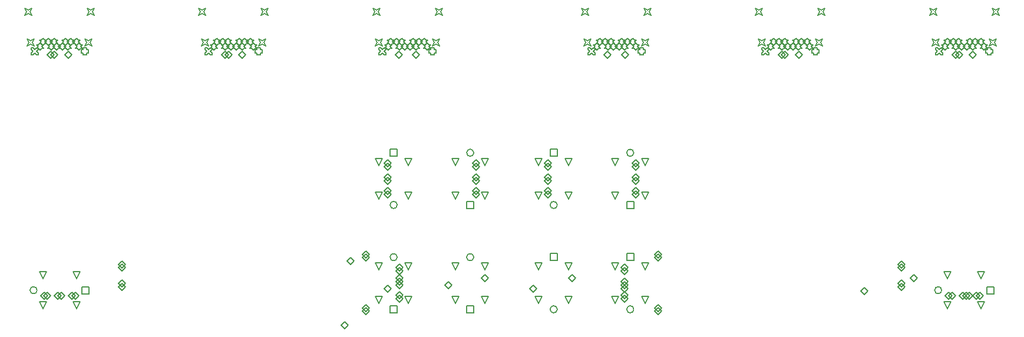
<source format=gbr>
%TF.GenerationSoftware,Altium Limited,Altium Designer,22.5.1 (42)*%
G04 Layer_Color=2752767*
%FSLAX26Y26*%
%MOIN*%
%TF.SameCoordinates,06390142-FE97-446B-9427-C7DC68BF18C4*%
%TF.FilePolarity,Positive*%
%TF.FileFunction,Drawing*%
%TF.Part,Single*%
G01*
G75*
%TA.AperFunction,NonConductor*%
%ADD59C,0.005000*%
%ADD60C,0.006667*%
D59*
X3812992Y1688661D02*
X3792992Y1728661D01*
X3832992D01*
X3812992Y1688661D01*
Y1499685D02*
X3792992Y1539685D01*
X3832992D01*
X3812992Y1499685D01*
X3982284D02*
X3962284Y1539685D01*
X4002284D01*
X3982284Y1499685D01*
Y1688661D02*
X3962284Y1728661D01*
X4002284D01*
X3982284Y1688661D01*
X3877638Y1446535D02*
Y1486535D01*
X3917638D01*
Y1446535D01*
X3877638D01*
X6820551Y1554803D02*
Y1594803D01*
X6860551D01*
Y1554803D01*
X6820551D01*
X6598425Y1639449D02*
X6578425Y1679449D01*
X6618425D01*
X6598425Y1639449D01*
X6787402D02*
X6767402Y1679449D01*
X6807402D01*
X6787402Y1639449D01*
Y1470157D02*
X6767402Y1510157D01*
X6807402D01*
X6787402Y1470157D01*
X6598425D02*
X6578425Y1510157D01*
X6618425D01*
X6598425Y1470157D01*
X4783150Y1741811D02*
Y1781811D01*
X4823150D01*
Y1741811D01*
X4783150D01*
X4718504Y1499685D02*
X4698504Y1539685D01*
X4738504D01*
X4718504Y1499685D01*
Y1688661D02*
X4698504Y1728661D01*
X4738504D01*
X4718504Y1688661D01*
X4887795D02*
X4867795Y1728661D01*
X4907795D01*
X4887795Y1688661D01*
Y1499685D02*
X4867795Y1539685D01*
X4907795D01*
X4887795Y1499685D01*
X4834645Y2933150D02*
X4844645Y2943150D01*
X4854645D01*
X4844645Y2953150D01*
X4854645Y2963150D01*
X4844645D01*
X4834645Y2973150D01*
X4824645Y2963150D01*
X4814645D01*
X4824645Y2953150D01*
X4814645Y2943150D01*
X4824645D01*
X4834645Y2933150D01*
X4818897Y2960709D02*
X4828897Y2970709D01*
X4838897D01*
X4828897Y2980709D01*
X4838897Y2990709D01*
X4828897D01*
X4818897Y3000709D01*
X4808897Y2990709D01*
X4798897D01*
X4808897Y2980709D01*
X4798897Y2970709D01*
X4808897D01*
X4818897Y2960709D01*
X4787401D02*
X4797401Y2970709D01*
X4807401D01*
X4797401Y2980709D01*
X4807401Y2990709D01*
X4797401D01*
X4787401Y3000709D01*
X4777401Y2990709D01*
X4767401D01*
X4777401Y2980709D01*
X4767401Y2970709D01*
X4777401D01*
X4787401Y2960709D01*
X4771653Y2933150D02*
X4781653Y2943150D01*
X4791653D01*
X4781653Y2953150D01*
X4791653Y2963150D01*
X4781653D01*
X4771653Y2973150D01*
X4761653Y2963150D01*
X4751653D01*
X4761653Y2953150D01*
X4751653Y2943150D01*
X4761653D01*
X4771653Y2933150D01*
X4755905Y2960709D02*
X4765905Y2970709D01*
X4775905D01*
X4765905Y2980709D01*
X4775905Y2990709D01*
X4765905D01*
X4755905Y3000709D01*
X4745905Y2990709D01*
X4735905D01*
X4745905Y2980709D01*
X4735905Y2970709D01*
X4745905D01*
X4755905Y2960709D01*
X4740157Y2933150D02*
X4750157Y2943150D01*
X4760157D01*
X4750157Y2953150D01*
X4760157Y2963150D01*
X4750157D01*
X4740157Y2973150D01*
X4730157Y2963150D01*
X4720157D01*
X4730157Y2953150D01*
X4720157Y2943150D01*
X4730157D01*
X4740157Y2933150D01*
X4708661D02*
X4718661Y2943150D01*
X4728661D01*
X4718661Y2953150D01*
X4728661Y2963150D01*
X4718661D01*
X4708661Y2973150D01*
X4698661Y2963150D01*
X4688661D01*
X4698661Y2953150D01*
X4688661Y2943150D01*
X4698661D01*
X4708661Y2933150D01*
X4692913Y2960709D02*
X4702913Y2970709D01*
X4712913D01*
X4702913Y2980709D01*
X4712913Y2990709D01*
X4702913D01*
X4692913Y3000709D01*
X4682913Y2990709D01*
X4672913D01*
X4682913Y2980709D01*
X4672913Y2970709D01*
X4682913D01*
X4692913Y2960709D01*
X4677165Y2933150D02*
X4687165Y2943150D01*
X4697165D01*
X4687165Y2953150D01*
X4697165Y2963150D01*
X4687165D01*
X4677165Y2973150D01*
X4667165Y2963150D01*
X4657165D01*
X4667165Y2953150D01*
X4657165Y2943150D01*
X4667165D01*
X4677165Y2933150D01*
X4661417Y2960709D02*
X4671417Y2970709D01*
X4681417D01*
X4671417Y2980709D01*
X4681417Y2990709D01*
X4671417D01*
X4661417Y3000709D01*
X4651417Y2990709D01*
X4641417D01*
X4651417Y2980709D01*
X4641417Y2970709D01*
X4651417D01*
X4661417Y2960709D01*
X4629921D02*
X4639921Y2970709D01*
X4649921D01*
X4639921Y2980709D01*
X4649921Y2990709D01*
X4639921D01*
X4629921Y3000709D01*
X4619921Y2990709D01*
X4609921D01*
X4619921Y2980709D01*
X4609921Y2970709D01*
X4619921D01*
X4629921Y2960709D01*
X4614173Y2933150D02*
X4624173Y2943150D01*
X4634173D01*
X4624173Y2953150D01*
X4634173Y2963150D01*
X4624173D01*
X4614173Y2973150D01*
X4604173Y2963150D01*
X4594173D01*
X4604173Y2953150D01*
X4594173Y2943150D01*
X4604173D01*
X4614173Y2933150D01*
X4881181Y3129606D02*
X4891181Y3149606D01*
X4881181Y3169606D01*
X4901181Y3159606D01*
X4921181Y3169606D01*
X4911181Y3149606D01*
X4921181Y3129606D01*
X4901181Y3139606D01*
X4881181Y3129606D01*
X4527637D02*
X4537637Y3149606D01*
X4527637Y3169606D01*
X4547637Y3159606D01*
X4567637Y3169606D01*
X4557637Y3149606D01*
X4567637Y3129606D01*
X4547637Y3139606D01*
X4527637Y3129606D01*
X4541810Y2956378D02*
X4551810Y2976378D01*
X4541810Y2996378D01*
X4561810Y2986378D01*
X4581810Y2996378D01*
X4571810Y2976378D01*
X4581810Y2956378D01*
X4561810Y2966378D01*
X4541810Y2956378D01*
X4867007D02*
X4877007Y2976378D01*
X4867007Y2996378D01*
X4887007Y2986378D01*
X4907007Y2996378D01*
X4897007Y2976378D01*
X4907007Y2956378D01*
X4887007Y2966378D01*
X4867007Y2956378D01*
X4856141Y2917559D02*
Y2907559D01*
X4876141D01*
Y2917559D01*
X4886141D01*
Y2937559D01*
X4876141D01*
Y2947559D01*
X4856141D01*
Y2937559D01*
X4846141D01*
Y2917559D01*
X4856141D01*
X4562676Y2907559D02*
X4572676D01*
X4582676Y2917559D01*
X4592676Y2907559D01*
X4602676D01*
Y2917559D01*
X4592676Y2927559D01*
X4602676Y2937559D01*
Y2947559D01*
X4592676D01*
X4582676Y2937559D01*
X4572676Y2947559D01*
X4562676D01*
Y2937559D01*
X4572676Y2927559D01*
X4562676Y2917559D01*
Y2907559D01*
X4350079Y1741811D02*
Y1781811D01*
X4390079D01*
Y1741811D01*
X4350079D01*
X4285433Y1499685D02*
X4265433Y1539685D01*
X4305433D01*
X4285433Y1499685D01*
Y1688661D02*
X4265433Y1728661D01*
X4305433D01*
X4285433Y1688661D01*
X4454724D02*
X4434724Y1728661D01*
X4474724D01*
X4454724Y1688661D01*
Y1499685D02*
X4434724Y1539685D01*
X4474724D01*
X4454724Y1499685D01*
X6803149Y2933150D02*
X6813149Y2943150D01*
X6823149D01*
X6813149Y2953150D01*
X6823149Y2963150D01*
X6813149D01*
X6803149Y2973150D01*
X6793149Y2963150D01*
X6783149D01*
X6793149Y2953150D01*
X6783149Y2943150D01*
X6793149D01*
X6803149Y2933150D01*
X6787401Y2960709D02*
X6797401Y2970709D01*
X6807401D01*
X6797401Y2980709D01*
X6807401Y2990709D01*
X6797401D01*
X6787401Y3000709D01*
X6777401Y2990709D01*
X6767401D01*
X6777401Y2980709D01*
X6767401Y2970709D01*
X6777401D01*
X6787401Y2960709D01*
X6755905D02*
X6765905Y2970709D01*
X6775905D01*
X6765905Y2980709D01*
X6775905Y2990709D01*
X6765905D01*
X6755905Y3000709D01*
X6745905Y2990709D01*
X6735905D01*
X6745905Y2980709D01*
X6735905Y2970709D01*
X6745905D01*
X6755905Y2960709D01*
X6740157Y2933150D02*
X6750157Y2943150D01*
X6760157D01*
X6750157Y2953150D01*
X6760157Y2963150D01*
X6750157D01*
X6740157Y2973150D01*
X6730157Y2963150D01*
X6720157D01*
X6730157Y2953150D01*
X6720157Y2943150D01*
X6730157D01*
X6740157Y2933150D01*
X6724409Y2960709D02*
X6734409Y2970709D01*
X6744409D01*
X6734409Y2980709D01*
X6744409Y2990709D01*
X6734409D01*
X6724409Y3000709D01*
X6714409Y2990709D01*
X6704409D01*
X6714409Y2980709D01*
X6704409Y2970709D01*
X6714409D01*
X6724409Y2960709D01*
X6708661Y2933150D02*
X6718661Y2943150D01*
X6728661D01*
X6718661Y2953150D01*
X6728661Y2963150D01*
X6718661D01*
X6708661Y2973150D01*
X6698661Y2963150D01*
X6688661D01*
X6698661Y2953150D01*
X6688661Y2943150D01*
X6698661D01*
X6708661Y2933150D01*
X6677165D02*
X6687165Y2943150D01*
X6697165D01*
X6687165Y2953150D01*
X6697165Y2963150D01*
X6687165D01*
X6677165Y2973150D01*
X6667165Y2963150D01*
X6657165D01*
X6667165Y2953150D01*
X6657165Y2943150D01*
X6667165D01*
X6677165Y2933150D01*
X6661417Y2960709D02*
X6671417Y2970709D01*
X6681417D01*
X6671417Y2980709D01*
X6681417Y2990709D01*
X6671417D01*
X6661417Y3000709D01*
X6651417Y2990709D01*
X6641417D01*
X6651417Y2980709D01*
X6641417Y2970709D01*
X6651417D01*
X6661417Y2960709D01*
X6645669Y2933150D02*
X6655669Y2943150D01*
X6665669D01*
X6655669Y2953150D01*
X6665669Y2963150D01*
X6655669D01*
X6645669Y2973150D01*
X6635669Y2963150D01*
X6625669D01*
X6635669Y2953150D01*
X6625669Y2943150D01*
X6635669D01*
X6645669Y2933150D01*
X6629921Y2960709D02*
X6639921Y2970709D01*
X6649921D01*
X6639921Y2980709D01*
X6649921Y2990709D01*
X6639921D01*
X6629921Y3000709D01*
X6619921Y2990709D01*
X6609921D01*
X6619921Y2980709D01*
X6609921Y2970709D01*
X6619921D01*
X6629921Y2960709D01*
X6598425D02*
X6608425Y2970709D01*
X6618425D01*
X6608425Y2980709D01*
X6618425Y2990709D01*
X6608425D01*
X6598425Y3000709D01*
X6588425Y2990709D01*
X6578425D01*
X6588425Y2980709D01*
X6578425Y2970709D01*
X6588425D01*
X6598425Y2960709D01*
X6582677Y2933150D02*
X6592677Y2943150D01*
X6602677D01*
X6592677Y2953150D01*
X6602677Y2963150D01*
X6592677D01*
X6582677Y2973150D01*
X6572677Y2963150D01*
X6562677D01*
X6572677Y2953150D01*
X6562677Y2943150D01*
X6572677D01*
X6582677Y2933150D01*
X6849685Y3129606D02*
X6859685Y3149606D01*
X6849685Y3169606D01*
X6869685Y3159606D01*
X6889685Y3169606D01*
X6879685Y3149606D01*
X6889685Y3129606D01*
X6869685Y3139606D01*
X6849685Y3129606D01*
X6496141D02*
X6506141Y3149606D01*
X6496141Y3169606D01*
X6516141Y3159606D01*
X6536141Y3169606D01*
X6526141Y3149606D01*
X6536141Y3129606D01*
X6516141Y3139606D01*
X6496141Y3129606D01*
X6510314Y2956378D02*
X6520314Y2976378D01*
X6510314Y2996378D01*
X6530314Y2986378D01*
X6550314Y2996378D01*
X6540314Y2976378D01*
X6550314Y2956378D01*
X6530314Y2966378D01*
X6510314Y2956378D01*
X6835511D02*
X6845511Y2976378D01*
X6835511Y2996378D01*
X6855511Y2986378D01*
X6875511Y2996378D01*
X6865511Y2976378D01*
X6875511Y2956378D01*
X6855511Y2966378D01*
X6835511Y2956378D01*
X6824645Y2917559D02*
Y2907559D01*
X6844645D01*
Y2917559D01*
X6854645D01*
Y2937559D01*
X6844645D01*
Y2947559D01*
X6824645D01*
Y2937559D01*
X6814645D01*
Y2917559D01*
X6824645D01*
X6531181Y2907559D02*
X6541181D01*
X6551181Y2917559D01*
X6561181Y2907559D01*
X6571181D01*
Y2917559D01*
X6561181Y2927559D01*
X6571181Y2937559D01*
Y2947559D01*
X6561181D01*
X6551181Y2937559D01*
X6541181Y2947559D01*
X6531181D01*
Y2937559D01*
X6541181Y2927559D01*
X6531181Y2917559D01*
Y2907559D01*
X4783150Y2037087D02*
Y2077087D01*
X4823150D01*
Y2037087D01*
X4783150D01*
X4887795Y2279213D02*
X4867795Y2319213D01*
X4907795D01*
X4887795Y2279213D01*
Y2090236D02*
X4867795Y2130236D01*
X4907795D01*
X4887795Y2090236D01*
X4718504D02*
X4698504Y2130236D01*
X4738504D01*
X4718504Y2090236D01*
Y2279213D02*
X4698504Y2319213D01*
X4738504D01*
X4718504Y2279213D01*
X5818897Y2933150D02*
X5828897Y2943150D01*
X5838897D01*
X5828897Y2953150D01*
X5838897Y2963150D01*
X5828897D01*
X5818897Y2973150D01*
X5808897Y2963150D01*
X5798897D01*
X5808897Y2953150D01*
X5798897Y2943150D01*
X5808897D01*
X5818897Y2933150D01*
X5803149Y2960709D02*
X5813149Y2970709D01*
X5823149D01*
X5813149Y2980709D01*
X5823149Y2990709D01*
X5813149D01*
X5803149Y3000709D01*
X5793149Y2990709D01*
X5783149D01*
X5793149Y2980709D01*
X5783149Y2970709D01*
X5793149D01*
X5803149Y2960709D01*
X5771653D02*
X5781653Y2970709D01*
X5791653D01*
X5781653Y2980709D01*
X5791653Y2990709D01*
X5781653D01*
X5771653Y3000709D01*
X5761653Y2990709D01*
X5751653D01*
X5761653Y2980709D01*
X5751653Y2970709D01*
X5761653D01*
X5771653Y2960709D01*
X5755905Y2933150D02*
X5765905Y2943150D01*
X5775905D01*
X5765905Y2953150D01*
X5775905Y2963150D01*
X5765905D01*
X5755905Y2973150D01*
X5745905Y2963150D01*
X5735905D01*
X5745905Y2953150D01*
X5735905Y2943150D01*
X5745905D01*
X5755905Y2933150D01*
X5740157Y2960709D02*
X5750157Y2970709D01*
X5760157D01*
X5750157Y2980709D01*
X5760157Y2990709D01*
X5750157D01*
X5740157Y3000709D01*
X5730157Y2990709D01*
X5720157D01*
X5730157Y2980709D01*
X5720157Y2970709D01*
X5730157D01*
X5740157Y2960709D01*
X5724409Y2933150D02*
X5734409Y2943150D01*
X5744409D01*
X5734409Y2953150D01*
X5744409Y2963150D01*
X5734409D01*
X5724409Y2973150D01*
X5714409Y2963150D01*
X5704409D01*
X5714409Y2953150D01*
X5704409Y2943150D01*
X5714409D01*
X5724409Y2933150D01*
X5692913D02*
X5702913Y2943150D01*
X5712913D01*
X5702913Y2953150D01*
X5712913Y2963150D01*
X5702913D01*
X5692913Y2973150D01*
X5682913Y2963150D01*
X5672913D01*
X5682913Y2953150D01*
X5672913Y2943150D01*
X5682913D01*
X5692913Y2933150D01*
X5677165Y2960709D02*
X5687165Y2970709D01*
X5697165D01*
X5687165Y2980709D01*
X5697165Y2990709D01*
X5687165D01*
X5677165Y3000709D01*
X5667165Y2990709D01*
X5657165D01*
X5667165Y2980709D01*
X5657165Y2970709D01*
X5667165D01*
X5677165Y2960709D01*
X5661417Y2933150D02*
X5671417Y2943150D01*
X5681417D01*
X5671417Y2953150D01*
X5681417Y2963150D01*
X5671417D01*
X5661417Y2973150D01*
X5651417Y2963150D01*
X5641417D01*
X5651417Y2953150D01*
X5641417Y2943150D01*
X5651417D01*
X5661417Y2933150D01*
X5645669Y2960709D02*
X5655669Y2970709D01*
X5665669D01*
X5655669Y2980709D01*
X5665669Y2990709D01*
X5655669D01*
X5645669Y3000709D01*
X5635669Y2990709D01*
X5625669D01*
X5635669Y2980709D01*
X5625669Y2970709D01*
X5635669D01*
X5645669Y2960709D01*
X5614173D02*
X5624173Y2970709D01*
X5634173D01*
X5624173Y2980709D01*
X5634173Y2990709D01*
X5624173D01*
X5614173Y3000709D01*
X5604173Y2990709D01*
X5594173D01*
X5604173Y2980709D01*
X5594173Y2970709D01*
X5604173D01*
X5614173Y2960709D01*
X5598425Y2933150D02*
X5608425Y2943150D01*
X5618425D01*
X5608425Y2953150D01*
X5618425Y2963150D01*
X5608425D01*
X5598425Y2973150D01*
X5588425Y2963150D01*
X5578425D01*
X5588425Y2953150D01*
X5578425Y2943150D01*
X5588425D01*
X5598425Y2933150D01*
X5865432Y3129606D02*
X5875432Y3149606D01*
X5865432Y3169606D01*
X5885432Y3159606D01*
X5905432Y3169606D01*
X5895432Y3149606D01*
X5905432Y3129606D01*
X5885432Y3139606D01*
X5865432Y3129606D01*
X5511889D02*
X5521889Y3149606D01*
X5511889Y3169606D01*
X5531889Y3159606D01*
X5551889Y3169606D01*
X5541889Y3149606D01*
X5551889Y3129606D01*
X5531889Y3139606D01*
X5511889Y3129606D01*
X5526062Y2956378D02*
X5536062Y2976378D01*
X5526062Y2996378D01*
X5546062Y2986378D01*
X5566062Y2996378D01*
X5556062Y2976378D01*
X5566062Y2956378D01*
X5546062Y2966378D01*
X5526062Y2956378D01*
X5851259D02*
X5861259Y2976378D01*
X5851259Y2996378D01*
X5871259Y2986378D01*
X5891259Y2996378D01*
X5881259Y2976378D01*
X5891259Y2956378D01*
X5871259Y2966378D01*
X5851259Y2956378D01*
X5840393Y2917559D02*
Y2907559D01*
X5860393D01*
Y2917559D01*
X5870393D01*
Y2937559D01*
X5860393D01*
Y2947559D01*
X5840393D01*
Y2937559D01*
X5830393D01*
Y2917559D01*
X5840393D01*
X5546928Y2907559D02*
X5556928D01*
X5566928Y2917559D01*
X5576928Y2907559D01*
X5586928D01*
Y2917559D01*
X5576928Y2927559D01*
X5586928Y2937559D01*
Y2947559D01*
X5576928D01*
X5566928Y2937559D01*
X5556928Y2947559D01*
X5546928D01*
Y2937559D01*
X5556928Y2927559D01*
X5546928Y2917559D01*
Y2907559D01*
X4350079Y2332362D02*
Y2372362D01*
X4390079D01*
Y2332362D01*
X4350079D01*
X4285433Y2090236D02*
X4265433Y2130236D01*
X4305433D01*
X4285433Y2090236D01*
Y2279213D02*
X4265433Y2319213D01*
X4305433D01*
X4285433Y2279213D01*
X4454724D02*
X4434724Y2319213D01*
X4474724D01*
X4454724Y2279213D01*
Y2090236D02*
X4434724Y2130236D01*
X4474724D01*
X4454724Y2090236D01*
X3653543Y2933150D02*
X3663543Y2943150D01*
X3673543D01*
X3663543Y2953150D01*
X3673543Y2963150D01*
X3663543D01*
X3653543Y2973150D01*
X3643543Y2963150D01*
X3633543D01*
X3643543Y2953150D01*
X3633543Y2943150D01*
X3643543D01*
X3653543Y2933150D01*
X3637795Y2960709D02*
X3647795Y2970709D01*
X3657795D01*
X3647795Y2980709D01*
X3657795Y2990709D01*
X3647795D01*
X3637795Y3000709D01*
X3627795Y2990709D01*
X3617795D01*
X3627795Y2980709D01*
X3617795Y2970709D01*
X3627795D01*
X3637795Y2960709D01*
X3606299D02*
X3616299Y2970709D01*
X3626299D01*
X3616299Y2980709D01*
X3626299Y2990709D01*
X3616299D01*
X3606299Y3000709D01*
X3596299Y2990709D01*
X3586299D01*
X3596299Y2980709D01*
X3586299Y2970709D01*
X3596299D01*
X3606299Y2960709D01*
X3590551Y2933150D02*
X3600551Y2943150D01*
X3610551D01*
X3600551Y2953150D01*
X3610551Y2963150D01*
X3600551D01*
X3590551Y2973150D01*
X3580551Y2963150D01*
X3570551D01*
X3580551Y2953150D01*
X3570551Y2943150D01*
X3580551D01*
X3590551Y2933150D01*
X3574803Y2960709D02*
X3584803Y2970709D01*
X3594803D01*
X3584803Y2980709D01*
X3594803Y2990709D01*
X3584803D01*
X3574803Y3000709D01*
X3564803Y2990709D01*
X3554803D01*
X3564803Y2980709D01*
X3554803Y2970709D01*
X3564803D01*
X3574803Y2960709D01*
X3559055Y2933150D02*
X3569055Y2943150D01*
X3579055D01*
X3569055Y2953150D01*
X3579055Y2963150D01*
X3569055D01*
X3559055Y2973150D01*
X3549055Y2963150D01*
X3539055D01*
X3549055Y2953150D01*
X3539055Y2943150D01*
X3549055D01*
X3559055Y2933150D01*
X3527559D02*
X3537559Y2943150D01*
X3547559D01*
X3537559Y2953150D01*
X3547559Y2963150D01*
X3537559D01*
X3527559Y2973150D01*
X3517559Y2963150D01*
X3507559D01*
X3517559Y2953150D01*
X3507559Y2943150D01*
X3517559D01*
X3527559Y2933150D01*
X3511810Y2960709D02*
X3521810Y2970709D01*
X3531810D01*
X3521810Y2980709D01*
X3531810Y2990709D01*
X3521810D01*
X3511810Y3000709D01*
X3501810Y2990709D01*
X3491810D01*
X3501810Y2980709D01*
X3491810Y2970709D01*
X3501810D01*
X3511810Y2960709D01*
X3496062Y2933150D02*
X3506062Y2943150D01*
X3516062D01*
X3506062Y2953150D01*
X3516062Y2963150D01*
X3506062D01*
X3496062Y2973150D01*
X3486062Y2963150D01*
X3476062D01*
X3486062Y2953150D01*
X3476062Y2943150D01*
X3486062D01*
X3496062Y2933150D01*
X3480314Y2960709D02*
X3490314Y2970709D01*
X3500314D01*
X3490314Y2980709D01*
X3500314Y2990709D01*
X3490314D01*
X3480314Y3000709D01*
X3470314Y2990709D01*
X3460314D01*
X3470314Y2980709D01*
X3460314Y2970709D01*
X3470314D01*
X3480314Y2960709D01*
X3448818D02*
X3458818Y2970709D01*
X3468818D01*
X3458818Y2980709D01*
X3468818Y2990709D01*
X3458818D01*
X3448818Y3000709D01*
X3438818Y2990709D01*
X3428818D01*
X3438818Y2980709D01*
X3428818Y2970709D01*
X3438818D01*
X3448818Y2960709D01*
X3433070Y2933150D02*
X3443070Y2943150D01*
X3453070D01*
X3443070Y2953150D01*
X3453070Y2963150D01*
X3443070D01*
X3433070Y2973150D01*
X3423070Y2963150D01*
X3413070D01*
X3423070Y2953150D01*
X3413070Y2943150D01*
X3423070D01*
X3433070Y2933150D01*
X3700078Y3129606D02*
X3710078Y3149606D01*
X3700078Y3169606D01*
X3720078Y3159606D01*
X3740078Y3169606D01*
X3730078Y3149606D01*
X3740078Y3129606D01*
X3720078Y3139606D01*
X3700078Y3129606D01*
X3346535D02*
X3356535Y3149606D01*
X3346535Y3169606D01*
X3366535Y3159606D01*
X3386535Y3169606D01*
X3376535Y3149606D01*
X3386535Y3129606D01*
X3366535Y3139606D01*
X3346535Y3129606D01*
X3360708Y2956378D02*
X3370708Y2976378D01*
X3360708Y2996378D01*
X3380708Y2986378D01*
X3400708Y2996378D01*
X3390708Y2976378D01*
X3400708Y2956378D01*
X3380708Y2966378D01*
X3360708Y2956378D01*
X3685905D02*
X3695905Y2976378D01*
X3685905Y2996378D01*
X3705905Y2986378D01*
X3725905Y2996378D01*
X3715905Y2976378D01*
X3725905Y2956378D01*
X3705905Y2966378D01*
X3685905Y2956378D01*
X3675039Y2917559D02*
Y2907559D01*
X3695039D01*
Y2917559D01*
X3705039D01*
Y2937559D01*
X3695039D01*
Y2947559D01*
X3675039D01*
Y2937559D01*
X3665039D01*
Y2917559D01*
X3675039D01*
X3381574Y2907559D02*
X3391574D01*
X3401574Y2917559D01*
X3411574Y2907559D01*
X3421574D01*
Y2917559D01*
X3411574Y2927559D01*
X3421574Y2937559D01*
Y2947559D01*
X3411574D01*
X3401574Y2937559D01*
X3391574Y2947559D01*
X3381574D01*
Y2937559D01*
X3391574Y2927559D01*
X3381574Y2917559D01*
Y2907559D01*
X2669291Y2933150D02*
X2679291Y2943150D01*
X2689291D01*
X2679291Y2953150D01*
X2689291Y2963150D01*
X2679291D01*
X2669291Y2973150D01*
X2659291Y2963150D01*
X2649291D01*
X2659291Y2953150D01*
X2649291Y2943150D01*
X2659291D01*
X2669291Y2933150D01*
X2653543Y2960709D02*
X2663543Y2970709D01*
X2673543D01*
X2663543Y2980709D01*
X2673543Y2990709D01*
X2663543D01*
X2653543Y3000709D01*
X2643543Y2990709D01*
X2633543D01*
X2643543Y2980709D01*
X2633543Y2970709D01*
X2643543D01*
X2653543Y2960709D01*
X2622047D02*
X2632047Y2970709D01*
X2642047D01*
X2632047Y2980709D01*
X2642047Y2990709D01*
X2632047D01*
X2622047Y3000709D01*
X2612047Y2990709D01*
X2602047D01*
X2612047Y2980709D01*
X2602047Y2970709D01*
X2612047D01*
X2622047Y2960709D01*
X2606299Y2933150D02*
X2616299Y2943150D01*
X2626299D01*
X2616299Y2953150D01*
X2626299Y2963150D01*
X2616299D01*
X2606299Y2973150D01*
X2596299Y2963150D01*
X2586299D01*
X2596299Y2953150D01*
X2586299Y2943150D01*
X2596299D01*
X2606299Y2933150D01*
X2590551Y2960709D02*
X2600551Y2970709D01*
X2610551D01*
X2600551Y2980709D01*
X2610551Y2990709D01*
X2600551D01*
X2590551Y3000709D01*
X2580551Y2990709D01*
X2570551D01*
X2580551Y2980709D01*
X2570551Y2970709D01*
X2580551D01*
X2590551Y2960709D01*
X2574802Y2933150D02*
X2584802Y2943150D01*
X2594802D01*
X2584802Y2953150D01*
X2594802Y2963150D01*
X2584802D01*
X2574802Y2973150D01*
X2564802Y2963150D01*
X2554802D01*
X2564802Y2953150D01*
X2554802Y2943150D01*
X2564802D01*
X2574802Y2933150D01*
X2543307D02*
X2553307Y2943150D01*
X2563307D01*
X2553307Y2953150D01*
X2563307Y2963150D01*
X2553307D01*
X2543307Y2973150D01*
X2533307Y2963150D01*
X2523307D01*
X2533307Y2953150D01*
X2523307Y2943150D01*
X2533307D01*
X2543307Y2933150D01*
X2527558Y2960709D02*
X2537558Y2970709D01*
X2547558D01*
X2537558Y2980709D01*
X2547558Y2990709D01*
X2537558D01*
X2527558Y3000709D01*
X2517558Y2990709D01*
X2507558D01*
X2517558Y2980709D01*
X2507558Y2970709D01*
X2517558D01*
X2527558Y2960709D01*
X2511810Y2933150D02*
X2521810Y2943150D01*
X2531810D01*
X2521810Y2953150D01*
X2531810Y2963150D01*
X2521810D01*
X2511810Y2973150D01*
X2501810Y2963150D01*
X2491810D01*
X2501810Y2953150D01*
X2491810Y2943150D01*
X2501810D01*
X2511810Y2933150D01*
X2496062Y2960709D02*
X2506062Y2970709D01*
X2516062D01*
X2506062Y2980709D01*
X2516062Y2990709D01*
X2506062D01*
X2496062Y3000709D01*
X2486062Y2990709D01*
X2476062D01*
X2486062Y2980709D01*
X2476062Y2970709D01*
X2486062D01*
X2496062Y2960709D01*
X2464566D02*
X2474566Y2970709D01*
X2484566D01*
X2474566Y2980709D01*
X2484566Y2990709D01*
X2474566D01*
X2464566Y3000709D01*
X2454566Y2990709D01*
X2444566D01*
X2454566Y2980709D01*
X2444566Y2970709D01*
X2454566D01*
X2464566Y2960709D01*
X2448818Y2933150D02*
X2458818Y2943150D01*
X2468818D01*
X2458818Y2953150D01*
X2468818Y2963150D01*
X2458818D01*
X2448818Y2973150D01*
X2438818Y2963150D01*
X2428818D01*
X2438818Y2953150D01*
X2428818Y2943150D01*
X2438818D01*
X2448818Y2933150D01*
X2715826Y3129606D02*
X2725826Y3149606D01*
X2715826Y3169606D01*
X2735826Y3159606D01*
X2755826Y3169606D01*
X2745826Y3149606D01*
X2755826Y3129606D01*
X2735826Y3139606D01*
X2715826Y3129606D01*
X2362283D02*
X2372283Y3149606D01*
X2362283Y3169606D01*
X2382283Y3159606D01*
X2402283Y3169606D01*
X2392283Y3149606D01*
X2402283Y3129606D01*
X2382283Y3139606D01*
X2362283Y3129606D01*
X2376456Y2956378D02*
X2386456Y2976378D01*
X2376456Y2996378D01*
X2396456Y2986378D01*
X2416456Y2996378D01*
X2406456Y2976378D01*
X2416456Y2956378D01*
X2396456Y2966378D01*
X2376456Y2956378D01*
X2701653D02*
X2711653Y2976378D01*
X2701653Y2996378D01*
X2721653Y2986378D01*
X2741653Y2996378D01*
X2731653Y2976378D01*
X2741653Y2956378D01*
X2721653Y2966378D01*
X2701653Y2956378D01*
X2690787Y2917559D02*
Y2907559D01*
X2710787D01*
Y2917559D01*
X2720787D01*
Y2937559D01*
X2710787D01*
Y2947559D01*
X2690787D01*
Y2937559D01*
X2680787D01*
Y2917559D01*
X2690787D01*
X2397322Y2907559D02*
X2407322D01*
X2417322Y2917559D01*
X2427322Y2907559D01*
X2437322D01*
Y2917559D01*
X2427322Y2927559D01*
X2437322Y2937559D01*
Y2947559D01*
X2427322D01*
X2417322Y2937559D01*
X2407322Y2947559D01*
X2397322D01*
Y2937559D01*
X2407322Y2927559D01*
X2397322Y2917559D01*
Y2907559D01*
X3877638Y2037087D02*
Y2077087D01*
X3917638D01*
Y2037087D01*
X3877638D01*
X3982284Y2279213D02*
X3962284Y2319213D01*
X4002284D01*
X3982284Y2279213D01*
Y2090236D02*
X3962284Y2130236D01*
X4002284D01*
X3982284Y2090236D01*
X3812992D02*
X3792992Y2130236D01*
X3832992D01*
X3812992Y2090236D01*
Y2279213D02*
X3792992Y2319213D01*
X3832992D01*
X3812992Y2279213D01*
X1685039Y2933150D02*
X1695039Y2943150D01*
X1705039D01*
X1695039Y2953150D01*
X1705039Y2963150D01*
X1695039D01*
X1685039Y2973150D01*
X1675039Y2963150D01*
X1665039D01*
X1675039Y2953150D01*
X1665039Y2943150D01*
X1675039D01*
X1685039Y2933150D01*
X1669291Y2960709D02*
X1679291Y2970709D01*
X1689291D01*
X1679291Y2980709D01*
X1689291Y2990709D01*
X1679291D01*
X1669291Y3000709D01*
X1659291Y2990709D01*
X1649291D01*
X1659291Y2980709D01*
X1649291Y2970709D01*
X1659291D01*
X1669291Y2960709D01*
X1637795D02*
X1647795Y2970709D01*
X1657795D01*
X1647795Y2980709D01*
X1657795Y2990709D01*
X1647795D01*
X1637795Y3000709D01*
X1627795Y2990709D01*
X1617795D01*
X1627795Y2980709D01*
X1617795Y2970709D01*
X1627795D01*
X1637795Y2960709D01*
X1622047Y2933150D02*
X1632047Y2943150D01*
X1642047D01*
X1632047Y2953150D01*
X1642047Y2963150D01*
X1632047D01*
X1622047Y2973150D01*
X1612047Y2963150D01*
X1602047D01*
X1612047Y2953150D01*
X1602047Y2943150D01*
X1612047D01*
X1622047Y2933150D01*
X1606299Y2960709D02*
X1616299Y2970709D01*
X1626299D01*
X1616299Y2980709D01*
X1626299Y2990709D01*
X1616299D01*
X1606299Y3000709D01*
X1596299Y2990709D01*
X1586299D01*
X1596299Y2980709D01*
X1586299Y2970709D01*
X1596299D01*
X1606299Y2960709D01*
X1590551Y2933150D02*
X1600551Y2943150D01*
X1610551D01*
X1600551Y2953150D01*
X1610551Y2963150D01*
X1600551D01*
X1590551Y2973150D01*
X1580551Y2963150D01*
X1570551D01*
X1580551Y2953150D01*
X1570551Y2943150D01*
X1580551D01*
X1590551Y2933150D01*
X1559054D02*
X1569054Y2943150D01*
X1579054D01*
X1569054Y2953150D01*
X1579054Y2963150D01*
X1569054D01*
X1559054Y2973150D01*
X1549054Y2963150D01*
X1539054D01*
X1549054Y2953150D01*
X1539054Y2943150D01*
X1549054D01*
X1559054Y2933150D01*
X1543306Y2960709D02*
X1553306Y2970709D01*
X1563306D01*
X1553306Y2980709D01*
X1563306Y2990709D01*
X1553306D01*
X1543306Y3000709D01*
X1533306Y2990709D01*
X1523306D01*
X1533306Y2980709D01*
X1523306Y2970709D01*
X1533306D01*
X1543306Y2960709D01*
X1527558Y2933150D02*
X1537558Y2943150D01*
X1547558D01*
X1537558Y2953150D01*
X1547558Y2963150D01*
X1537558D01*
X1527558Y2973150D01*
X1517558Y2963150D01*
X1507558D01*
X1517558Y2953150D01*
X1507558Y2943150D01*
X1517558D01*
X1527558Y2933150D01*
X1511810Y2960709D02*
X1521810Y2970709D01*
X1531810D01*
X1521810Y2980709D01*
X1531810Y2990709D01*
X1521810D01*
X1511810Y3000709D01*
X1501810Y2990709D01*
X1491810D01*
X1501810Y2980709D01*
X1491810Y2970709D01*
X1501810D01*
X1511810Y2960709D01*
X1480314D02*
X1490314Y2970709D01*
X1500314D01*
X1490314Y2980709D01*
X1500314Y2990709D01*
X1490314D01*
X1480314Y3000709D01*
X1470314Y2990709D01*
X1460314D01*
X1470314Y2980709D01*
X1460314Y2970709D01*
X1470314D01*
X1480314Y2960709D01*
X1464566Y2933150D02*
X1474566Y2943150D01*
X1484566D01*
X1474566Y2953150D01*
X1484566Y2963150D01*
X1474566D01*
X1464566Y2973150D01*
X1454566Y2963150D01*
X1444566D01*
X1454566Y2953150D01*
X1444566Y2943150D01*
X1454566D01*
X1464566Y2933150D01*
X1731574Y3129606D02*
X1741574Y3149606D01*
X1731574Y3169606D01*
X1751574Y3159606D01*
X1771574Y3169606D01*
X1761574Y3149606D01*
X1771574Y3129606D01*
X1751574Y3139606D01*
X1731574Y3129606D01*
X1378031D02*
X1388031Y3149606D01*
X1378031Y3169606D01*
X1398031Y3159606D01*
X1418031Y3169606D01*
X1408031Y3149606D01*
X1418031Y3129606D01*
X1398031Y3139606D01*
X1378031Y3129606D01*
X1392204Y2956378D02*
X1402204Y2976378D01*
X1392204Y2996378D01*
X1412204Y2986378D01*
X1432204Y2996378D01*
X1422204Y2976378D01*
X1432204Y2956378D01*
X1412204Y2966378D01*
X1392204Y2956378D01*
X1717401D02*
X1727401Y2976378D01*
X1717401Y2996378D01*
X1737401Y2986378D01*
X1757401Y2996378D01*
X1747401Y2976378D01*
X1757401Y2956378D01*
X1737401Y2966378D01*
X1717401Y2956378D01*
X1706535Y2917559D02*
Y2907559D01*
X1726535D01*
Y2917559D01*
X1736535D01*
Y2937559D01*
X1726535D01*
Y2947559D01*
X1706535D01*
Y2937559D01*
X1696535D01*
Y2917559D01*
X1706535D01*
X1413070Y2907559D02*
X1423070D01*
X1433070Y2917559D01*
X1443070Y2907559D01*
X1453070D01*
Y2917559D01*
X1443070Y2927559D01*
X1453070Y2937559D01*
Y2947559D01*
X1443070D01*
X1433070Y2937559D01*
X1423070Y2947559D01*
X1413070D01*
Y2937559D01*
X1423070Y2927559D01*
X1413070Y2917559D01*
Y2907559D01*
X3444567Y2332362D02*
Y2372362D01*
X3484567D01*
Y2332362D01*
X3444567D01*
X3379921Y2090236D02*
X3359921Y2130236D01*
X3399921D01*
X3379921Y2090236D01*
Y2279213D02*
X3359921Y2319213D01*
X3399921D01*
X3379921Y2279213D01*
X3549213D02*
X3529213Y2319213D01*
X3569213D01*
X3549213Y2279213D01*
Y2090236D02*
X3529213Y2130236D01*
X3569213D01*
X3549213Y2090236D01*
X1702441Y1554803D02*
Y1594803D01*
X1742441D01*
Y1554803D01*
X1702441D01*
X1480315Y1639449D02*
X1460315Y1679449D01*
X1500315D01*
X1480315Y1639449D01*
X1669291D02*
X1649291Y1679449D01*
X1689291D01*
X1669291Y1639449D01*
Y1470157D02*
X1649291Y1510157D01*
X1689291D01*
X1669291Y1470157D01*
X1480315D02*
X1460315Y1510157D01*
X1500315D01*
X1480315Y1470157D01*
X3444567Y1446535D02*
Y1486535D01*
X3484567D01*
Y1446535D01*
X3444567D01*
X3549213Y1688661D02*
X3529213Y1728661D01*
X3569213D01*
X3549213Y1688661D01*
Y1499685D02*
X3529213Y1539685D01*
X3569213D01*
X3549213Y1499685D01*
X3379921D02*
X3359921Y1539685D01*
X3399921D01*
X3379921Y1499685D01*
Y1688661D02*
X3359921Y1728661D01*
X3399921D01*
X3379921Y1688661D01*
X3200472Y1741142D02*
X3220472Y1761142D01*
X3240472Y1741142D01*
X3220472Y1721142D01*
X3200472Y1741142D01*
X4453425Y1644685D02*
X4473425Y1664685D01*
X4493425Y1644685D01*
X4473425Y1624685D01*
X4453425Y1644685D01*
X3755590Y1603347D02*
X3775590Y1623347D01*
X3795590Y1603347D01*
X3775590Y1583347D01*
X3755590Y1603347D01*
X4233937Y1584646D02*
X4253937Y1604646D01*
X4273937Y1584646D01*
X4253937Y1564646D01*
X4233937Y1584646D01*
X3960315Y1643701D02*
X3980315Y1663701D01*
X4000315Y1643701D01*
X3980315Y1623701D01*
X3960315Y1643701D01*
X4655197Y2905512D02*
X4675197Y2925512D01*
X4695197Y2905512D01*
X4675197Y2885512D01*
X4655197Y2905512D01*
X4753623D02*
X4773623Y2925512D01*
X4793623Y2905512D01*
X4773623Y2885512D01*
X4753623Y2905512D01*
X3474095D02*
X3494095Y2925512D01*
X3514095Y2905512D01*
X3494095Y2885512D01*
X3474095Y2905512D01*
X3572520D02*
X3592520Y2925512D01*
X3612520Y2905512D01*
X3592520Y2885512D01*
X3572520Y2905512D01*
X6682756Y1542126D02*
X6702756Y1562126D01*
X6722756Y1542126D01*
X6702756Y1522126D01*
X6682756Y1542126D01*
X4750472Y1604331D02*
X4770472Y1624331D01*
X4790472Y1604331D01*
X4770472Y1584331D01*
X4750472Y1604331D01*
X4940630Y1759842D02*
X4960630Y1779842D01*
X4980630Y1759842D01*
X4960630Y1739842D01*
X4940630Y1759842D01*
Y1777559D02*
X4960630Y1797559D01*
X4980630Y1777559D01*
X4960630Y1757559D01*
X4940630Y1777559D01*
X4750472Y1702756D02*
X4770472Y1722756D01*
X4790472Y1702756D01*
X4770472Y1682756D01*
X4750472Y1702756D01*
Y1683071D02*
X4770472Y1703071D01*
X4790472Y1683071D01*
X4770472Y1663071D01*
X4750472Y1683071D01*
X4940630Y1455709D02*
X4960630Y1475709D01*
X4980630Y1455709D01*
X4960630Y1435709D01*
X4940630Y1455709D01*
Y1473425D02*
X4960630Y1493425D01*
X4980630Y1473425D01*
X4960630Y1453425D01*
X4940630Y1473425D01*
X4750472Y1545276D02*
X4770472Y1565276D01*
X4790472Y1545276D01*
X4770472Y1525276D01*
X4750472Y1545276D01*
Y1525591D02*
X4770472Y1545591D01*
X4790472Y1525591D01*
X4770472Y1505591D01*
X4750472Y1525591D01*
X6318583Y1594488D02*
X6338583Y1614488D01*
X6358583Y1594488D01*
X6338583Y1574488D01*
X6318583Y1594488D01*
Y1612205D02*
X6338583Y1632205D01*
X6358583Y1612205D01*
X6338583Y1592205D01*
X6318583Y1612205D01*
X6318583Y1703740D02*
X6338583Y1723740D01*
X6358583Y1703740D01*
X6338583Y1683740D01*
X6318583Y1703740D01*
Y1721457D02*
X6338583Y1741457D01*
X6358583Y1721457D01*
X6338583Y1701457D01*
X6318583Y1721457D01*
X6741811Y1542126D02*
X6761811Y1562126D01*
X6781811Y1542126D01*
X6761811Y1522126D01*
X6741811Y1542126D01*
X6761496D02*
X6781496Y1562126D01*
X6801496Y1542126D01*
X6781496Y1522126D01*
X6761496Y1542126D01*
X4750472Y1624016D02*
X4770472Y1644016D01*
X4790472Y1624016D01*
X4770472Y1604016D01*
X4750472Y1624016D01*
X6584331Y1542126D02*
X6604331Y1562126D01*
X6624331Y1542126D01*
X6604331Y1522126D01*
X6584331Y1542126D01*
X6604016D02*
X6624016Y1562126D01*
X6644016Y1542126D01*
X6624016Y1522126D01*
X6604016Y1542126D01*
X6663071D02*
X6683071Y1562126D01*
X6703071Y1542126D01*
X6683071Y1522126D01*
X6663071Y1542126D01*
X6108937Y1569882D02*
X6128937Y1589882D01*
X6148937Y1569882D01*
X6128937Y1549882D01*
X6108937Y1569882D01*
X4750472Y1584646D02*
X4770472Y1604646D01*
X4790472Y1584646D01*
X4770472Y1564646D01*
X4750472Y1584646D01*
X6702441Y1542126D02*
X6722441Y1562126D01*
X6742441Y1542126D01*
X6722441Y1522126D01*
X6702441Y1542126D01*
X6388465Y1643701D02*
X6408465Y1663701D01*
X6428465Y1643701D01*
X6408465Y1623701D01*
X6388465Y1643701D01*
X1564646Y1542126D02*
X1584646Y1562126D01*
X1604646Y1542126D01*
X1584646Y1522126D01*
X1564646Y1542126D01*
X1544961D02*
X1564961Y1562126D01*
X1584961Y1542126D01*
X1564961Y1522126D01*
X1544961Y1542126D01*
X1623701D02*
X1643701Y1562126D01*
X1663701Y1542126D01*
X1643701Y1522126D01*
X1623701Y1542126D01*
X1643386D02*
X1663386Y1562126D01*
X1683386Y1542126D01*
X1663386Y1522126D01*
X1643386Y1542126D01*
X3477244Y1604331D02*
X3497244Y1624331D01*
X3517244Y1604331D01*
X3497244Y1584331D01*
X3477244Y1604331D01*
Y1624016D02*
X3497244Y1644016D01*
X3517244Y1624016D01*
X3497244Y1604016D01*
X3477244Y1624016D01*
X3167008Y1377953D02*
X3187008Y1397953D01*
X3207008Y1377953D01*
X3187008Y1357953D01*
X3167008Y1377953D01*
X3411890Y1584646D02*
X3431890Y1604646D01*
X3451890Y1584646D01*
X3431890Y1564646D01*
X3411890Y1584646D01*
X3477244Y1643701D02*
X3497244Y1663701D01*
X3517244Y1643701D01*
X3497244Y1623701D01*
X3477244Y1643701D01*
Y1525591D02*
X3497244Y1545591D01*
X3517244Y1525591D01*
X3497244Y1505591D01*
X3477244Y1525591D01*
Y1545276D02*
X3497244Y1565276D01*
X3517244Y1545276D01*
X3497244Y1525276D01*
X3477244Y1545276D01*
X3287087Y1473425D02*
X3307087Y1493425D01*
X3327087Y1473425D01*
X3307087Y1453425D01*
X3287087Y1473425D01*
Y1455709D02*
X3307087Y1475709D01*
X3327087Y1455709D01*
X3307087Y1435709D01*
X3287087Y1455709D01*
X3477244Y1683071D02*
X3497244Y1703071D01*
X3517244Y1683071D01*
X3497244Y1663071D01*
X3477244Y1683071D01*
Y1702756D02*
X3497244Y1722756D01*
X3517244Y1702756D01*
X3497244Y1682756D01*
X3477244Y1702756D01*
X3287087Y1777559D02*
X3307087Y1797559D01*
X3327087Y1777559D01*
X3307087Y1757559D01*
X3287087Y1777559D01*
Y1759842D02*
X3307087Y1779842D01*
X3327087Y1759842D01*
X3307087Y1739842D01*
X3287087Y1759842D01*
X1466220Y1542126D02*
X1486220Y1562126D01*
X1506220Y1542126D01*
X1486220Y1522126D01*
X1466220Y1542126D01*
X1485906D02*
X1505906Y1562126D01*
X1525906Y1542126D01*
X1505906Y1522126D01*
X1485906Y1542126D01*
X1909134Y1721457D02*
X1929134Y1741457D01*
X1949134Y1721457D01*
X1929134Y1701457D01*
X1909134Y1721457D01*
Y1703740D02*
X1929134Y1723740D01*
X1949134Y1703740D01*
X1929134Y1683740D01*
X1909134Y1703740D01*
X1909134Y1612205D02*
X1929134Y1632205D01*
X1949134Y1612205D01*
X1929134Y1592205D01*
X1909134Y1612205D01*
Y1594488D02*
X1929134Y1614488D01*
X1949134Y1594488D01*
X1929134Y1574488D01*
X1909134Y1594488D01*
X2509527Y2905512D02*
X2529527Y2925512D01*
X2549527Y2905512D01*
X2529527Y2885512D01*
X2509527Y2905512D01*
X3910315Y2116142D02*
X3930315Y2136142D01*
X3950315Y2116142D01*
X3930315Y2096142D01*
X3910315Y2116142D01*
Y2135827D02*
X3930315Y2155827D01*
X3950315Y2135827D01*
X3930315Y2115827D01*
X3910315Y2135827D01*
Y2273622D02*
X3930315Y2293622D01*
X3950315Y2273622D01*
X3930315Y2253622D01*
X3910315Y2273622D01*
Y2293307D02*
X3930315Y2313307D01*
X3950315Y2293307D01*
X3930315Y2273307D01*
X3910315Y2293307D01*
X2588268Y2905512D02*
X2608268Y2925512D01*
X2628268Y2905512D01*
X2608268Y2885512D01*
X2588268Y2905512D01*
X2489843D02*
X2509843Y2925512D01*
X2529843Y2905512D01*
X2509843Y2885512D01*
X2489843Y2905512D01*
X3910315Y2194882D02*
X3930315Y2214882D01*
X3950315Y2194882D01*
X3930315Y2174882D01*
X3910315Y2194882D01*
Y2214567D02*
X3930315Y2234567D01*
X3950315Y2214567D01*
X3930315Y2194567D01*
X3910315Y2214567D01*
X5659133Y2905512D02*
X5679133Y2925512D01*
X5699133Y2905512D01*
X5679133Y2885512D01*
X5659133Y2905512D01*
X6643385D02*
X6663385Y2925512D01*
X6683385Y2905512D01*
X6663385Y2885512D01*
X6643385Y2905512D01*
X4815827Y2194882D02*
X4835827Y2214882D01*
X4855827Y2194882D01*
X4835827Y2174882D01*
X4815827Y2194882D01*
X6623701Y2905512D02*
X6643701Y2925512D01*
X6663701Y2905512D01*
X6643701Y2885512D01*
X6623701Y2905512D01*
X6722127D02*
X6742127Y2925512D01*
X6762127Y2905512D01*
X6742127Y2885512D01*
X6722127Y2905512D01*
X4815827Y2214567D02*
X4835827Y2234567D01*
X4855827Y2214567D01*
X4835827Y2194567D01*
X4815827Y2214567D01*
Y2135827D02*
X4835827Y2155827D01*
X4855827Y2135827D01*
X4835827Y2115827D01*
X4815827Y2135827D01*
Y2116142D02*
X4835827Y2136142D01*
X4855827Y2116142D01*
X4835827Y2096142D01*
X4815827Y2116142D01*
Y2273622D02*
X4835827Y2293622D01*
X4855827Y2273622D01*
X4835827Y2253622D01*
X4815827Y2273622D01*
Y2293307D02*
X4835827Y2313307D01*
X4855827Y2293307D01*
X4835827Y2273307D01*
X4815827Y2293307D01*
X4317401Y2214567D02*
X4337401Y2234567D01*
X4357401Y2214567D01*
X4337401Y2194567D01*
X4317401Y2214567D01*
Y2194882D02*
X4337401Y2214882D01*
X4357401Y2194882D01*
X4337401Y2174882D01*
X4317401Y2194882D01*
X5737873Y2905512D02*
X5757873Y2925512D01*
X5777873Y2905512D01*
X5757873Y2885512D01*
X5737873Y2905512D01*
X5639448D02*
X5659448Y2925512D01*
X5679448Y2905512D01*
X5659448Y2885512D01*
X5639448Y2905512D01*
X4317401Y2293307D02*
X4337401Y2313307D01*
X4357401Y2293307D01*
X4337401Y2273307D01*
X4317401Y2293307D01*
Y2273622D02*
X4337401Y2293622D01*
X4357401Y2273622D01*
X4337401Y2253622D01*
X4317401Y2273622D01*
Y2135827D02*
X4337401Y2155827D01*
X4357401Y2135827D01*
X4337401Y2115827D01*
X4317401Y2135827D01*
Y2116142D02*
X4337401Y2136142D01*
X4357401Y2116142D01*
X4337401Y2096142D01*
X4317401Y2116142D01*
X1525275Y2905512D02*
X1545275Y2925512D01*
X1565275Y2905512D01*
X1545275Y2885512D01*
X1525275Y2905512D01*
X1604015D02*
X1624015Y2925512D01*
X1644015Y2905512D01*
X1624015Y2885512D01*
X1604015Y2905512D01*
X1505590D02*
X1525590Y2925512D01*
X1545590Y2905512D01*
X1525590Y2885512D01*
X1505590Y2905512D01*
X3411890Y2214567D02*
X3431890Y2234567D01*
X3451890Y2214567D01*
X3431890Y2194567D01*
X3411890Y2214567D01*
Y2194882D02*
X3431890Y2214882D01*
X3451890Y2194882D01*
X3431890Y2174882D01*
X3411890Y2194882D01*
Y2135827D02*
X3431890Y2155827D01*
X3451890Y2135827D01*
X3431890Y2115827D01*
X3411890Y2135827D01*
Y2116142D02*
X3431890Y2136142D01*
X3451890Y2116142D01*
X3431890Y2096142D01*
X3411890Y2116142D01*
Y2273622D02*
X3431890Y2293622D01*
X3451890Y2273622D01*
X3431890Y2253622D01*
X3411890Y2273622D01*
Y2293307D02*
X3431890Y2313307D01*
X3451890Y2293307D01*
X3431890Y2273307D01*
X3411890Y2293307D01*
D60*
X3917638Y1761811D02*
G03*
X3917638Y1761811I-20000J0D01*
G01*
X6565276Y1574803D02*
G03*
X6565276Y1574803I-20000J0D01*
G01*
X4823150Y1466535D02*
G03*
X4823150Y1466535I-20000J0D01*
G01*
X4390079D02*
G03*
X4390079Y1466535I-20000J0D01*
G01*
X4823150Y2352362D02*
G03*
X4823150Y2352362I-20000J0D01*
G01*
X4390079Y2057087D02*
G03*
X4390079Y2057087I-20000J0D01*
G01*
X3917638Y2352362D02*
G03*
X3917638Y2352362I-20000J0D01*
G01*
X3484567Y2057087D02*
G03*
X3484567Y2057087I-20000J0D01*
G01*
X1447165Y1574803D02*
G03*
X1447165Y1574803I-20000J0D01*
G01*
X3484567Y1761811D02*
G03*
X3484567Y1761811I-20000J0D01*
G01*
%TF.MD5,dcbaf113fdf841ea4fbb067e1b572cc7*%
M02*

</source>
